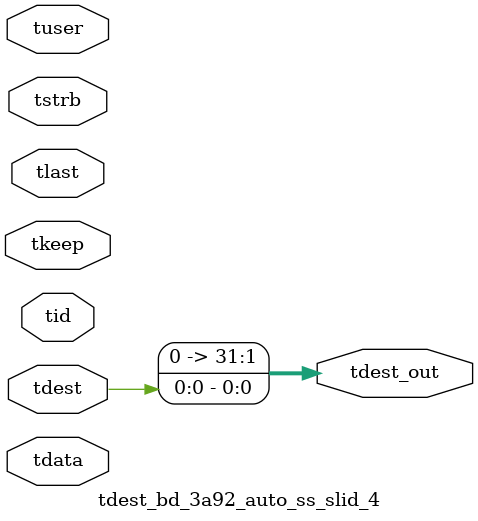
<source format=v>


`timescale 1ps/1ps

module tdest_bd_3a92_auto_ss_slid_4 #
(
parameter C_S_AXIS_TDATA_WIDTH = 32,
parameter C_S_AXIS_TUSER_WIDTH = 0,
parameter C_S_AXIS_TID_WIDTH   = 0,
parameter C_S_AXIS_TDEST_WIDTH = 0,
parameter C_M_AXIS_TDEST_WIDTH = 32
)
(
input  [(C_S_AXIS_TDATA_WIDTH == 0 ? 1 : C_S_AXIS_TDATA_WIDTH)-1:0     ] tdata,
input  [(C_S_AXIS_TUSER_WIDTH == 0 ? 1 : C_S_AXIS_TUSER_WIDTH)-1:0     ] tuser,
input  [(C_S_AXIS_TID_WIDTH   == 0 ? 1 : C_S_AXIS_TID_WIDTH)-1:0       ] tid,
input  [(C_S_AXIS_TDEST_WIDTH == 0 ? 1 : C_S_AXIS_TDEST_WIDTH)-1:0     ] tdest,
input  [(C_S_AXIS_TDATA_WIDTH/8)-1:0 ] tkeep,
input  [(C_S_AXIS_TDATA_WIDTH/8)-1:0 ] tstrb,
input                                                                    tlast,
output [C_M_AXIS_TDEST_WIDTH-1:0] tdest_out
);

assign tdest_out = {3'b000,tdest[0:0]};

endmodule


</source>
